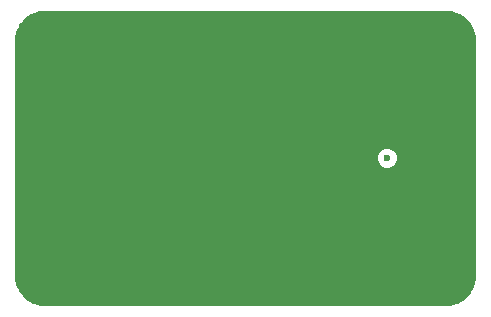
<source format=gbr>
%TF.GenerationSoftware,KiCad,Pcbnew,8.0.6*%
%TF.CreationDate,2024-11-14T10:44:01+01:00*%
%TF.ProjectId,dac_hat,6461635f-6861-4742-9e6b-696361645f70,0*%
%TF.SameCoordinates,Original*%
%TF.FileFunction,Copper,L3,Inr*%
%TF.FilePolarity,Positive*%
%FSLAX46Y46*%
G04 Gerber Fmt 4.6, Leading zero omitted, Abs format (unit mm)*
G04 Created by KiCad (PCBNEW 8.0.6) date 2024-11-14 10:44:01*
%MOMM*%
%LPD*%
G01*
G04 APERTURE LIST*
%TA.AperFunction,ViaPad*%
%ADD10C,0.600000*%
%TD*%
G04 APERTURE END LIST*
D10*
%TO.N,GND*%
X113000000Y-83000000D03*
X114000000Y-85000000D03*
X114000000Y-81000000D03*
X129000000Y-85000000D03*
X129000000Y-81000000D03*
X104000000Y-86000000D03*
X101000000Y-86000000D03*
X104000000Y-80000000D03*
X101000000Y-80000000D03*
X105000000Y-83000000D03*
X100000000Y-83000000D03*
%TO.N,VCC*%
X129000000Y-83000000D03*
%TD*%
%TA.AperFunction,Conductor*%
%TO.N,GND*%
G36*
X134003736Y-70500726D02*
G01*
X134293796Y-70518271D01*
X134308659Y-70520076D01*
X134590798Y-70571780D01*
X134605335Y-70575363D01*
X134879172Y-70660695D01*
X134893163Y-70666000D01*
X135154743Y-70783727D01*
X135167989Y-70790680D01*
X135413465Y-70939075D01*
X135425776Y-70947573D01*
X135651573Y-71124473D01*
X135662781Y-71134403D01*
X135865596Y-71337218D01*
X135875526Y-71348426D01*
X135995481Y-71501538D01*
X136052422Y-71574217D01*
X136060928Y-71586540D01*
X136209316Y-71832004D01*
X136216275Y-71845263D01*
X136333997Y-72106831D01*
X136339306Y-72120832D01*
X136424635Y-72394663D01*
X136428219Y-72409201D01*
X136479923Y-72691340D01*
X136481728Y-72706205D01*
X136499274Y-72996263D01*
X136499500Y-73003750D01*
X136499500Y-92996249D01*
X136499274Y-93003736D01*
X136481728Y-93293794D01*
X136479923Y-93308659D01*
X136428219Y-93590798D01*
X136424635Y-93605336D01*
X136339306Y-93879167D01*
X136333997Y-93893168D01*
X136216275Y-94154736D01*
X136209316Y-94167995D01*
X136060928Y-94413459D01*
X136052422Y-94425782D01*
X135875526Y-94651573D01*
X135865596Y-94662781D01*
X135662781Y-94865596D01*
X135651573Y-94875526D01*
X135425782Y-95052422D01*
X135413459Y-95060928D01*
X135167995Y-95209316D01*
X135154736Y-95216275D01*
X134893168Y-95333997D01*
X134879167Y-95339306D01*
X134605336Y-95424635D01*
X134590798Y-95428219D01*
X134308659Y-95479923D01*
X134293794Y-95481728D01*
X134003736Y-95499274D01*
X133996249Y-95499500D01*
X100003751Y-95499500D01*
X99996264Y-95499274D01*
X99706205Y-95481728D01*
X99691340Y-95479923D01*
X99409201Y-95428219D01*
X99394663Y-95424635D01*
X99120832Y-95339306D01*
X99106831Y-95333997D01*
X98845263Y-95216275D01*
X98832004Y-95209316D01*
X98586540Y-95060928D01*
X98574217Y-95052422D01*
X98348426Y-94875526D01*
X98337218Y-94865596D01*
X98134403Y-94662781D01*
X98124473Y-94651573D01*
X97947573Y-94425776D01*
X97939075Y-94413465D01*
X97790680Y-94167989D01*
X97783727Y-94154743D01*
X97666000Y-93893163D01*
X97660693Y-93879167D01*
X97575364Y-93605336D01*
X97571780Y-93590798D01*
X97520076Y-93308659D01*
X97518271Y-93293794D01*
X97500726Y-93003736D01*
X97500500Y-92996249D01*
X97500500Y-82999996D01*
X128194435Y-82999996D01*
X128194435Y-83000003D01*
X128214630Y-83179249D01*
X128214631Y-83179254D01*
X128274211Y-83349523D01*
X128370184Y-83502262D01*
X128497738Y-83629816D01*
X128650478Y-83725789D01*
X128820745Y-83785368D01*
X128820750Y-83785369D01*
X128999996Y-83805565D01*
X129000000Y-83805565D01*
X129000004Y-83805565D01*
X129179249Y-83785369D01*
X129179252Y-83785368D01*
X129179255Y-83785368D01*
X129349522Y-83725789D01*
X129502262Y-83629816D01*
X129629816Y-83502262D01*
X129725789Y-83349522D01*
X129785368Y-83179255D01*
X129805565Y-83000000D01*
X129785368Y-82820745D01*
X129725789Y-82650478D01*
X129629816Y-82497738D01*
X129502262Y-82370184D01*
X129349523Y-82274211D01*
X129179254Y-82214631D01*
X129179249Y-82214630D01*
X129000004Y-82194435D01*
X128999996Y-82194435D01*
X128820750Y-82214630D01*
X128820745Y-82214631D01*
X128650476Y-82274211D01*
X128497737Y-82370184D01*
X128370184Y-82497737D01*
X128274211Y-82650476D01*
X128214631Y-82820745D01*
X128214630Y-82820750D01*
X128194435Y-82999996D01*
X97500500Y-82999996D01*
X97500500Y-73003750D01*
X97500726Y-72996263D01*
X97518271Y-72706205D01*
X97520076Y-72691340D01*
X97571780Y-72409201D01*
X97575364Y-72394663D01*
X97652096Y-72148422D01*
X97660696Y-72120822D01*
X97665998Y-72106841D01*
X97783731Y-71845249D01*
X97790676Y-71832016D01*
X97939080Y-71586526D01*
X97947567Y-71574230D01*
X98124480Y-71348417D01*
X98134395Y-71337226D01*
X98337226Y-71134395D01*
X98348417Y-71124480D01*
X98574230Y-70947567D01*
X98586526Y-70939080D01*
X98832016Y-70790676D01*
X98845249Y-70783731D01*
X99106841Y-70665998D01*
X99120822Y-70660696D01*
X99394668Y-70575362D01*
X99409197Y-70571780D01*
X99691344Y-70520075D01*
X99706201Y-70518271D01*
X99996264Y-70500726D01*
X100003751Y-70500500D01*
X100065892Y-70500500D01*
X133934108Y-70500500D01*
X133996249Y-70500500D01*
X134003736Y-70500726D01*
G37*
%TD.AperFunction*%
%TD*%
M02*

</source>
